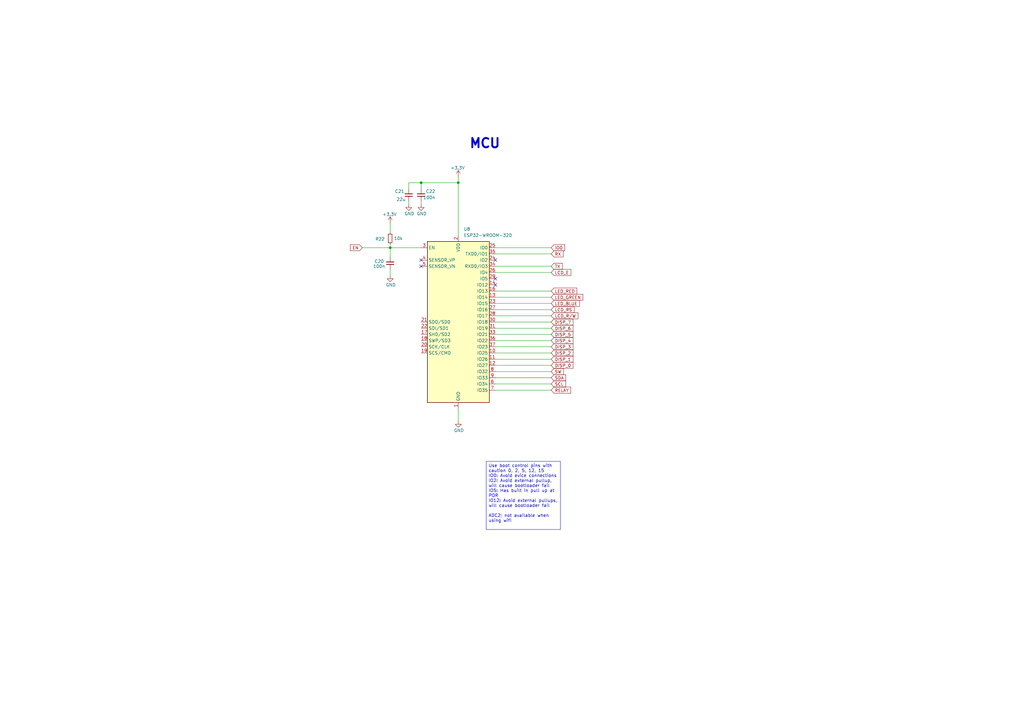
<source format=kicad_sch>
(kicad_sch (version 20231120) (generator "eeschema") (generator_version "8.0")
  (paper "A3")
  (lib_symbols
    (symbol "Device:C_Small" (pin_numbers hide) (pin_names (offset 0.254) hide)
      (property "Reference" "C" (at 0.254 1.778 0))
      (property "Value" "C_Small" (at 0.254 -2.032 0))
      (symbol "C_Small_0_1"
        (polyline (pts (xy -1.524 -0.508) (xy 1.524 -0.508)) (stroke (width 0.3302)))
        (polyline (pts (xy -1.524 0.508) (xy 1.524 0.508)) (stroke (width 0.3048)))
      )
      (symbol "C_Small_1_1"
        (pin passive line (at 0 2.54 270) (length 2.032) (name "~") (number "1"))
        (pin passive line (at 0 -2.54 90) (length 2.032) (name "~") (number "2"))
      )
    )
    (symbol "Device:R_Small" (pin_numbers hide) (pin_names (offset 0.254) hide)
      (property "Reference" "R" (at 0.762 0.508 0))
      (property "Value" "R_Small" (at 0.762 -1.016 0))
      (symbol "R_Small_0_1"
        (rectangle (start -0.762 1.778) (end 0.762 -1.778) (stroke (width 0.2032)))
      )
      (symbol "R_Small_1_1"
        (pin passive line (at 0 2.54 270) (length 0.762) (name "~") (number "1"))
        (pin passive line (at 0 -2.54 90) (length 0.762) (name "~") (number "2"))
      )
    )
    (symbol "RF_Module:ESP32-WROOM-32D"
      (property "Reference" "U" (at -12.7 34.29 0))
      (property "Value" "ESP32-WROOM-32D" (at 1.27 34.29 0))
      (symbol "ESP32-WROOM-32D_0_1"
        (rectangle (start -12.7 33.02) (end 12.7 -33.02) (stroke (width 0.254)) (fill (type background)))
      )
      (symbol "ESP32-WROOM-32D_1_1"
        (pin power_in line (at 0 -35.56 90) (length 2.54) (name "GND") (number "1"))
        (pin bidirectional line (at 15.24 -12.7 180) (length 2.54) (name "IO25") (number "10"))
        (pin bidirectional line (at 15.24 -15.24 180) (length 2.54) (name "IO26") (number "11"))
        (pin bidirectional line (at 15.24 -17.78 180) (length 2.54) (name "IO27") (number "12"))
        (pin bidirectional line (at 15.24 10.16 180) (length 2.54) (name "IO14") (number "13"))
        (pin bidirectional line (at 15.24 15.24 180) (length 2.54) (name "IO12") (number "14"))
        (pin passive line (at 0 -35.56 90) (length 2.54) hide (name "GND") (number "15"))
        (pin bidirectional line (at 15.24 12.7 180) (length 2.54) (name "IO13") (number "16"))
        (pin bidirectional line (at -15.24 -5.08 0) (length 2.54) (name "SHD/SD2") (number "17"))
        (pin bidirectional line (at -15.24 -7.62 0) (length 2.54) (name "SWP/SD3") (number "18"))
        (pin bidirectional line (at -15.24 -12.7 0) (length 2.54) (name "SCS/CMD") (number "19"))
        (pin power_in line (at 0 35.56 270) (length 2.54) (name "VDD") (number "2"))
        (pin bidirectional line (at -15.24 -10.16 0) (length 2.54) (name "SCK/CLK") (number "20"))
        (pin bidirectional line (at -15.24 0 0) (length 2.54) (name "SDO/SD0") (number "21"))
        (pin bidirectional line (at -15.24 -2.54 0) (length 2.54) (name "SDI/SD1") (number "22"))
        (pin bidirectional line (at 15.24 7.62 180) (length 2.54) (name "IO15") (number "23"))
        (pin bidirectional line (at 15.24 25.4 180) (length 2.54) (name "IO2") (number "24"))
        (pin bidirectional line (at 15.24 30.48 180) (length 2.54) (name "IO0") (number "25"))
        (pin bidirectional line (at 15.24 20.32 180) (length 2.54) (name "IO4") (number "26"))
        (pin bidirectional line (at 15.24 5.08 180) (length 2.54) (name "IO16") (number "27"))
        (pin bidirectional line (at 15.24 2.54 180) (length 2.54) (name "IO17") (number "28"))
        (pin bidirectional line (at 15.24 17.78 180) (length 2.54) (name "IO5") (number "29"))
        (pin input line (at -15.24 30.48 0) (length 2.54) (name "EN") (number "3"))
        (pin bidirectional line (at 15.24 0 180) (length 2.54) (name "IO18") (number "30"))
        (pin bidirectional line (at 15.24 -2.54 180) (length 2.54) (name "IO19") (number "31"))
        (pin no_connect line (at -12.7 -27.94 0) (length 2.54) hide (name "NC") (number "32"))
        (pin bidirectional line (at 15.24 -5.08 180) (length 2.54) (name "IO21") (number "33"))
        (pin bidirectional line (at 15.24 22.86 180) (length 2.54) (name "RXD0/IO3") (number "34"))
        (pin bidirectional line (at 15.24 27.94 180) (length 2.54) (name "TXD0/IO1") (number "35"))
        (pin bidirectional line (at 15.24 -7.62 180) (length 2.54) (name "IO22") (number "36"))
        (pin bidirectional line (at 15.24 -10.16 180) (length 2.54) (name "IO23") (number "37"))
        (pin passive line (at 0 -35.56 90) (length 2.54) hide (name "GND") (number "38"))
        (pin passive line (at 0 -35.56 90) (length 2.54) hide (name "GND") (number "39"))
        (pin input line (at -15.24 25.4 0) (length 2.54) (name "SENSOR_VP") (number "4"))
        (pin input line (at -15.24 22.86 0) (length 2.54) (name "SENSOR_VN") (number "5"))
        (pin input line (at 15.24 -25.4 180) (length 2.54) (name "IO34") (number "6"))
        (pin input line (at 15.24 -27.94 180) (length 2.54) (name "IO35") (number "7"))
        (pin bidirectional line (at 15.24 -20.32 180) (length 2.54) (name "IO32") (number "8"))
        (pin bidirectional line (at 15.24 -22.86 180) (length 2.54) (name "IO33") (number "9"))
      )
    )
    (symbol "power:+5V" (power) (pin_numbers hide) (pin_names (offset 0) hide)
      (property "Value" "+5V" (at 0 3.556 0))
      (symbol "+5V_0_1"
        (polyline (pts (xy -0.762 1.27) (xy 0 2.54)))
        (polyline (pts (xy 0 0) (xy 0 2.54)))
        (polyline (pts (xy 0 2.54) (xy 0.762 1.27)))
      )
      (symbol "+5V_1_1"
        (pin power_in line (at 0 0 90) (length 0) (name "~") (number "1"))
      )
    )
    (symbol "power:GND" (power) (pin_numbers hide) (pin_names (offset 0) hide)
      (property "Value" "GND" (at 0 -3.81 0))
      (symbol "GND_0_1"
        (polyline (pts (xy 0 0) (xy 0 -1.27) (xy 1.27 -1.27) (xy 0 -2.54) (xy -1.27 -1.27) (xy 0 -1.27)))
      )
      (symbol "GND_1_1"
        (pin power_in line (at 0 0 270) (length 0) (name "~") (number "1"))
      )
    )
  )
  (junction (at 187.96 74.93))
  (junction (at 172.72 74.93))
  (junction (at 160.02 101.6))
  (no_connect (at 203.2 106.68))
  (no_connect (at 203.2 116.84))
  (no_connect (at 172.72 109.22))
  (no_connect (at 203.2 114.3))
  (no_connect (at 172.72 106.68))
  (wire (pts (xy 203.2 160.02) (xy 226.06 160.02)))
  (wire (pts (xy 203.2 127) (xy 226.06 127)))
  (wire (pts (xy 203.2 157.48) (xy 226.06 157.48)))
  (wire (pts (xy 203.2 134.62) (xy 226.06 134.62)))
  (wire (pts (xy 160.02 110.49) (xy 160.02 113.03)))
  (wire (pts (xy 167.64 74.93) (xy 172.72 74.93)))
  (wire (pts (xy 172.72 82.55) (xy 172.72 83.82)))
  (wire (pts (xy 160.02 105.41) (xy 160.02 101.6)))
  (wire (pts (xy 187.96 74.93) (xy 187.96 96.52)))
  (wire (pts (xy 203.2 119.38) (xy 226.06 119.38)))
  (wire (pts (xy 203.2 104.14) (xy 226.06 104.14)))
  (wire (pts (xy 203.2 152.4) (xy 226.06 152.4)))
  (wire (pts (xy 203.2 132.08) (xy 226.06 132.08)))
  (wire (pts (xy 203.2 147.32) (xy 226.06 147.32)))
  (wire (pts (xy 203.2 109.22) (xy 226.06 109.22)))
  (wire (pts (xy 203.2 111.76) (xy 226.06 111.76)))
  (wire (pts (xy 172.72 77.47) (xy 172.72 74.93)))
  (wire (pts (xy 187.96 72.39) (xy 187.96 74.93)))
  (wire (pts (xy 203.2 149.86) (xy 226.06 149.86)))
  (wire (pts (xy 203.2 154.94) (xy 226.06 154.94)))
  (wire (pts (xy 160.02 100.33) (xy 160.02 101.6)))
  (wire (pts (xy 160.02 101.6) (xy 172.72 101.6)))
  (wire (pts (xy 167.64 77.47) (xy 167.64 74.93)))
  (wire (pts (xy 148.59 101.6) (xy 160.02 101.6)))
  (wire (pts (xy 203.2 121.92) (xy 226.06 121.92)))
  (wire (pts (xy 203.2 129.54) (xy 226.06 129.54)))
  (wire (pts (xy 187.96 167.64) (xy 187.96 172.72)))
  (wire (pts (xy 203.2 101.6) (xy 226.06 101.6)))
  (wire (pts (xy 167.64 82.55) (xy 167.64 83.82)))
  (wire (pts (xy 160.02 95.25) (xy 160.02 91.44)))
  (wire (pts (xy 203.2 137.16) (xy 226.06 137.16)))
  (wire (pts (xy 203.2 124.46) (xy 226.06 124.46)))
  (wire (pts (xy 203.2 144.78) (xy 226.06 144.78)))
  (wire (pts (xy 172.72 74.93) (xy 187.96 74.93)))
  (wire (pts (xy 203.2 139.7) (xy 226.06 139.7)))
  (wire (pts (xy 203.2 142.24) (xy 226.06 142.24)))
  (text_box "Use boot control pins with caution 0, 2, 5, 12, 15\nIO0: Avoid evice connections\nIO2: Avoid external pullup, will cause bootloader fail\nIO5: Has built in pull up at POR\nIO12: Avoid external pullups, will cause bootloader fail\n\nADC2; not available when using wifi\n" (at 199.39 189.23 0) (size 30.48 27.94) (effects (font (size 1.27 1.27)) (justify left top)))
  (text "MCU\n" (at 198.882 58.928 0) (effects (font (size 3.81 3.81) (thickness 0.762) (bold yes))))
  (global_label "LED_RED" (shape input) (at 226.06 119.38 0) (property "Intersheetrefs" "${INTERSHEET_REFS}" (effects (hide yes))))
  (global_label "LED_GREEN" (shape input) (at 226.06 121.92 0) (property "Intersheetrefs" "${INTERSHEET_REFS}" (effects (hide yes))))
  (global_label "LCD_E" (shape input) (at 226.06 111.76 0) (property "Intersheetrefs" "${INTERSHEET_REFS}" (effects (hide yes))))
  (global_label "DISP_3" (shape input) (at 226.06 142.24 0) (property "Intersheetrefs" "${INTERSHEET_REFS}" (effects (hide yes))))
  (global_label "DISP_1" (shape input) (at 226.06 147.32 0) (property "Intersheetrefs" "${INTERSHEET_REFS}" (effects (hide yes))))
  (global_label "TX" (shape input) (at 226.06 109.22 0) (property "Intersheetrefs" "${INTERSHEET_REFS}" (effects (hide yes))))
  (global_label "DISP_6" (shape input) (at 226.06 134.62 0) (property "Intersheetrefs" "${INTERSHEET_REFS}" (effects (hide yes))))
  (global_label "EN" (shape input) (at 148.59 101.6 180) (property "Intersheetrefs" "${INTERSHEET_REFS}" (effects (hide yes))))
  (global_label "SCL" (shape input) (at 226.06 157.48 0) (property "Intersheetrefs" "${INTERSHEET_REFS}" (effects (hide yes))))
  (global_label "LED_BLUE" (shape input) (at 226.06 124.46 0) (property "Intersheetrefs" "${INTERSHEET_REFS}" (effects (hide yes))))
  (global_label "DISP_2" (shape input) (at 226.06 144.78 0) (property "Intersheetrefs" "${INTERSHEET_REFS}" (effects (hide yes))))
  (global_label "RX" (shape input) (at 226.06 104.14 0) (property "Intersheetrefs" "${INTERSHEET_REFS}" (effects (hide yes))))
  (global_label "SW" (shape input) (at 226.06 152.4 0) (property "Intersheetrefs" "${INTERSHEET_REFS}" (effects (hide yes))))
  (global_label "DISP_4" (shape input) (at 226.06 139.7 0) (property "Intersheetrefs" "${INTERSHEET_REFS}" (effects (hide yes))))
  (global_label "DISP_5" (shape input) (at 226.06 137.16 0) (property "Intersheetrefs" "${INTERSHEET_REFS}" (effects (hide yes))))
  (global_label "RELAY" (shape input) (at 226.06 160.02 0) (property "Intersheetrefs" "${INTERSHEET_REFS}" (effects (hide yes))))
  (global_label "LCD_R{slash}W" (shape input) (at 226.06 129.54 0) (property "Intersheetrefs" "${INTERSHEET_REFS}" (effects (hide yes))))
  (global_label "DISP_7" (shape input) (at 226.06 132.08 0) (property "Intersheetrefs" "${INTERSHEET_REFS}" (effects (hide yes))))
  (global_label "SDA" (shape input) (at 226.06 154.94 0) (property "Intersheetrefs" "${INTERSHEET_REFS}" (effects (hide yes))))
  (global_label "DISP_0" (shape input) (at 226.06 149.86 0) (property "Intersheetrefs" "${INTERSHEET_REFS}" (effects (hide yes))))
  (global_label "IO0" (shape input) (at 226.06 101.6 0) (property "Intersheetrefs" "${INTERSHEET_REFS}" (effects (hide yes))))
  (global_label "LCD_RS" (shape input) (at 226.06 127 0) (property "Intersheetrefs" "${INTERSHEET_REFS}" (effects (hide yes))))
  (symbol (lib_id "Device:R_Small") (at 160.02 97.79 0) (unit 1)
    (property "Reference" "R22" (at 153.924 98.044 0) (effects (justify left)))
    (property "Value" "10k" (at 161.544 97.79 0) (effects (justify left)))
    (property "Footprint" "Resistor_SMD:R_01005_0402Metric_Pad0.57x0.30mm_HandSolder" (effects (hide yes)))
    (property "Description" "Resistor, small symbol" (effects (hide yes)))
  )
  (symbol (lib_id "Device:C_Small") (at 172.72 80.01 180) (unit 1)
    (property "Reference" "C22" (at 178.562 78.486 0) (effects (justify left)))
    (property "Value" "100n" (at 178.562 81.026 0) (effects (justify left)))
    (property "Footprint" "Capacitor_SMD:C_0201_0603Metric_Pad0.64x0.40mm_HandSolder" (effects (hide yes)))
    (property "Description" "Unpolarized capacitor, small symbol" (effects (hide yes)))
  )
  (symbol (lib_id "Device:C_Small") (at 167.64 80.01 180) (unit 1)
    (property "Reference" "C21" (at 165.862 78.486 0) (effects (justify left)))
    (property "Value" "22u" (at 166.37 81.788 0) (effects (justify left)))
    (property "Footprint" "Capacitor_SMD:C_01005_0402Metric_Pad0.57x0.30mm_HandSolder" (effects (hide yes)))
    (property "Description" "Unpolarized capacitor, small symbol" (effects (hide yes)))
  )
  (symbol (lib_id "power:GND") (at 160.02 113.03 0) (unit 1)
    (property "Reference" "#PWR067" (effects (hide yes)))
    (property "Value" "GND" (at 160.274 116.84 0))
    (property "Description" "Power symbol creates a global label with name \"GND\" , ground" (effects (hide yes)))
  )
  (symbol (lib_id "power:+5V") (at 160.02 91.44 0) (unit 1)
    (property "Reference" "#PWR066" (effects (hide yes)))
    (property "Value" "+3.3V" (at 159.766 87.884 0))
    (property "Description" "Power symbol creates a global label with name \"+5V\"" (effects (hide yes)))
  )
  (symbol (lib_id "Device:C_Small") (at 160.02 107.95 180) (unit 1)
    (property "Reference" "C20" (at 157.48 107.188 0) (effects (justify left)))
    (property "Value" "100n" (at 157.988 109.22 0) (effects (justify left)))
    (property "Footprint" "Capacitor_SMD:C_0201_0603Metric_Pad0.64x0.40mm_HandSolder" (effects (hide yes)))
    (property "Description" "Unpolarized capacitor, small symbol" (effects (hide yes)))
  )
  (symbol (lib_id "RF_Module:ESP32-WROOM-32D") (at 187.96 132.08 0) (unit 1)
    (property "Reference" "U8" (at 190.1541 93.98 0) (effects (justify left)))
    (property "Value" "ESP32-WROOM-32D" (at 190.1541 96.52 0) (effects (justify left)))
    (property "Footprint" "RF_Module:ESP32-WROOM-32D" (effects (hide yes)))
    (property "Datasheet" "https://www.espressif.com/sites/default/files/documentation/esp32-wroom-32d_esp32-wroom-32u_datasheet_en.pdf" (effects (hide yes)))
    (property "Description" "RF Module, ESP32-D0WD SoC, Wi-Fi 802.11b/g/n, Bluetooth, BLE, 32-bit, 2.7-3.6V, onboard antenna, SMD" (effects (hide yes)))
  )
  (symbol (lib_id "power:GND") (at 172.72 83.82 0) (unit 1)
    (property "Reference" "#PWR069" (effects (hide yes)))
    (property "Value" "GND" (at 172.974 87.63 0))
    (property "Description" "Power symbol creates a global label with name \"GND\" , ground" (effects (hide yes)))
  )
  (symbol (lib_id "power:GND") (at 167.64 83.82 0) (unit 1)
    (property "Reference" "#PWR068" (effects (hide yes)))
    (property "Value" "GND" (at 167.894 87.63 0))
    (property "Description" "Power symbol creates a global label with name \"GND\" , ground" (effects (hide yes)))
  )
  (symbol (lib_id "power:+5V") (at 187.96 72.39 0) (unit 1)
    (property "Reference" "#PWR070" (effects (hide yes)))
    (property "Value" "+3.3V" (at 187.706 68.834 0))
    (property "Description" "Power symbol creates a global label with name \"+5V\"" (effects (hide yes)))
  )
  (symbol (lib_id "power:GND") (at 187.96 172.72 0) (unit 1)
    (property "Reference" "#PWR071" (effects (hide yes)))
    (property "Value" "GND" (at 188.214 176.53 0))
    (property "Description" "Power symbol creates a global label with name \"GND\" , ground" (effects (hide yes)))
  )
)
</source>
